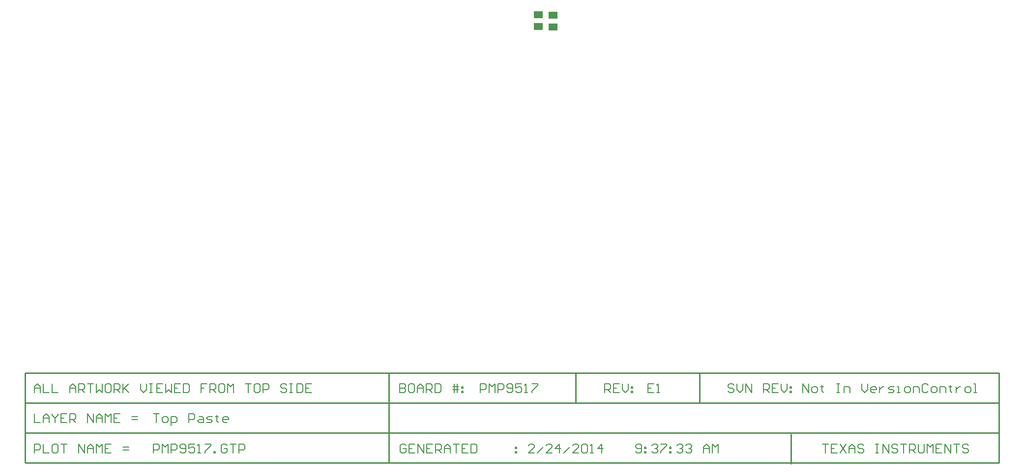
<source format=gtp>
%FSAX25Y25*%
%MOIN*%
G70*
G01*
G75*
G04 Layer_Color=8421504*
%ADD10R,0.06300X0.05000*%
%ADD11C,0.01969*%
%ADD12C,0.03937*%
%ADD13C,0.00800*%
%ADD14C,0.01000*%
%ADD15C,0.31496*%
%ADD16C,0.05512*%
%ADD17R,0.05512X0.05512*%
%ADD18R,0.05118X0.05118*%
%ADD19C,0.05118*%
%ADD20C,0.11811*%
%ADD21C,0.06000*%
%ADD22C,0.06299*%
%ADD23R,0.06299X0.06299*%
%ADD24C,0.05906*%
%ADD25R,0.05118X0.05118*%
%ADD26C,0.05315*%
%ADD27C,0.07874*%
%ADD28C,0.08700*%
%ADD29C,0.03937*%
%ADD30R,0.05000X0.06300*%
%ADD31R,0.05512X0.05472*%
%ADD32R,0.19134X0.13228*%
%ADD33R,0.07284X0.05118*%
%ADD34R,0.03740X0.03937*%
%ADD35R,0.03937X0.03740*%
%ADD36R,0.13780X0.05906*%
%ADD37R,0.05512X0.03543*%
%ADD38R,0.05512X0.08661*%
%ADD39R,0.10630X0.05118*%
%ADD40R,0.05984X0.04724*%
%ADD41R,0.08500X0.10799*%
%ADD42R,0.04803X0.03602*%
%ADD43O,0.08661X0.02362*%
%ADD44C,0.03150*%
%ADD45C,0.00700*%
%ADD46C,0.00787*%
%ADD47C,0.00500*%
%ADD48C,0.00799*%
%ADD49C,0.01400*%
%ADD50C,0.00984*%
%ADD51C,0.00591*%
G54D10*
X0388098Y0344408D02*
D03*
Y0336408D02*
D03*
X0397964Y0336172D02*
D03*
Y0344172D02*
D03*
G54D13*
X0126900Y0073549D02*
X0130899D01*
X0128899D01*
Y0067551D01*
X0133898D02*
X0135897D01*
X0136897Y0068550D01*
Y0070550D01*
X0135897Y0071549D01*
X0133898D01*
X0132898Y0070550D01*
Y0068550D01*
X0133898Y0067551D01*
X0138896Y0065551D02*
Y0071549D01*
X0141895D01*
X0142895Y0070550D01*
Y0068550D01*
X0141895Y0067551D01*
X0138896D01*
X0150892D02*
Y0073549D01*
X0153891D01*
X0154891Y0072549D01*
Y0070550D01*
X0153891Y0069550D01*
X0150892D01*
X0157890Y0071549D02*
X0159889D01*
X0160889Y0070550D01*
Y0067551D01*
X0157890D01*
X0156890Y0068550D01*
X0157890Y0069550D01*
X0160889D01*
X0162888Y0067551D02*
X0165887D01*
X0166887Y0068550D01*
X0165887Y0069550D01*
X0163888D01*
X0162888Y0070550D01*
X0163888Y0071549D01*
X0166887D01*
X0169886Y0072549D02*
Y0071549D01*
X0168886D01*
X0170886D01*
X0169886D01*
Y0068550D01*
X0170886Y0067551D01*
X0176884D02*
X0174884D01*
X0173885Y0068550D01*
Y0070550D01*
X0174884Y0071549D01*
X0176884D01*
X0177884Y0070550D01*
Y0069550D01*
X0173885D01*
X0567400Y0087833D02*
Y0093831D01*
X0571399Y0087833D01*
Y0093831D01*
X0574398Y0087833D02*
X0576397D01*
X0577397Y0088833D01*
Y0090832D01*
X0576397Y0091832D01*
X0574398D01*
X0573398Y0090832D01*
Y0088833D01*
X0574398Y0087833D01*
X0580396Y0092832D02*
Y0091832D01*
X0579396D01*
X0581395D01*
X0580396D01*
Y0088833D01*
X0581395Y0087833D01*
X0590393Y0093831D02*
X0592392D01*
X0591392D01*
Y0087833D01*
X0590393D01*
X0592392D01*
X0595391D02*
Y0091832D01*
X0598390D01*
X0599390Y0090832D01*
Y0087833D01*
X0607387Y0093831D02*
Y0089833D01*
X0609386Y0087833D01*
X0611386Y0089833D01*
Y0093831D01*
X0616384Y0087833D02*
X0614385D01*
X0613385Y0088833D01*
Y0090832D01*
X0614385Y0091832D01*
X0616384D01*
X0617384Y0090832D01*
Y0089833D01*
X0613385D01*
X0619383Y0091832D02*
Y0087833D01*
Y0089833D01*
X0620383Y0090832D01*
X0621383Y0091832D01*
X0622382D01*
X0625381Y0087833D02*
X0628380D01*
X0629380Y0088833D01*
X0628380Y0089833D01*
X0626381D01*
X0625381Y0090832D01*
X0626381Y0091832D01*
X0629380D01*
X0631379Y0087833D02*
X0633379D01*
X0632379D01*
Y0091832D01*
X0631379D01*
X0637377Y0087833D02*
X0639377D01*
X0640376Y0088833D01*
Y0090832D01*
X0639377Y0091832D01*
X0637377D01*
X0636378Y0090832D01*
Y0088833D01*
X0637377Y0087833D01*
X0642376D02*
Y0091832D01*
X0645375D01*
X0646374Y0090832D01*
Y0087833D01*
X0652373Y0092832D02*
X0651373Y0093831D01*
X0649373D01*
X0648374Y0092832D01*
Y0088833D01*
X0649373Y0087833D01*
X0651373D01*
X0652373Y0088833D01*
X0655372Y0087833D02*
X0657371D01*
X0658371Y0088833D01*
Y0090832D01*
X0657371Y0091832D01*
X0655372D01*
X0654372Y0090832D01*
Y0088833D01*
X0655372Y0087833D01*
X0660370D02*
Y0091832D01*
X0663369D01*
X0664369Y0090832D01*
Y0087833D01*
X0667368Y0092832D02*
Y0091832D01*
X0666368D01*
X0668367D01*
X0667368D01*
Y0088833D01*
X0668367Y0087833D01*
X0671366Y0091832D02*
Y0087833D01*
Y0089833D01*
X0672366Y0090832D01*
X0673366Y0091832D01*
X0674365D01*
X0678364Y0087833D02*
X0680364D01*
X0681363Y0088833D01*
Y0090832D01*
X0680364Y0091832D01*
X0678364D01*
X0677364Y0090832D01*
Y0088833D01*
X0678364Y0087833D01*
X0683362D02*
X0685362D01*
X0684362D01*
Y0093831D01*
X0683362D01*
X0520799Y0092832D02*
X0519799Y0093831D01*
X0517800D01*
X0516800Y0092832D01*
Y0091832D01*
X0517800Y0090832D01*
X0519799D01*
X0520799Y0089833D01*
Y0088833D01*
X0519799Y0087833D01*
X0517800D01*
X0516800Y0088833D01*
X0522798Y0093831D02*
Y0089833D01*
X0524797Y0087833D01*
X0526797Y0089833D01*
Y0093831D01*
X0528796Y0087833D02*
Y0093831D01*
X0532795Y0087833D01*
Y0093831D01*
X0540792Y0087833D02*
Y0093831D01*
X0543791D01*
X0544791Y0092832D01*
Y0090832D01*
X0543791Y0089833D01*
X0540792D01*
X0542792D02*
X0544791Y0087833D01*
X0550789Y0093831D02*
X0546790D01*
Y0087833D01*
X0550789D01*
X0546790Y0090832D02*
X0548790D01*
X0552788Y0093831D02*
Y0089833D01*
X0554788Y0087833D01*
X0556787Y0089833D01*
Y0093831D01*
X0558786Y0091832D02*
X0559786D01*
Y0090832D01*
X0558786D01*
Y0091832D01*
Y0088833D02*
X0559786D01*
Y0087833D01*
X0558786D01*
Y0088833D01*
X0433000Y0087833D02*
Y0093831D01*
X0435999D01*
X0436999Y0092832D01*
Y0090832D01*
X0435999Y0089833D01*
X0433000D01*
X0434999D02*
X0436999Y0087833D01*
X0442997Y0093831D02*
X0438998D01*
Y0087833D01*
X0442997D01*
X0438998Y0090832D02*
X0440997D01*
X0444996Y0093831D02*
Y0089833D01*
X0446995Y0087833D01*
X0448995Y0089833D01*
Y0093831D01*
X0450994Y0091832D02*
X0451994D01*
Y0090832D01*
X0450994D01*
Y0091832D01*
Y0088833D02*
X0451994D01*
Y0087833D01*
X0450994D01*
Y0088833D01*
X0126900Y0046966D02*
Y0052965D01*
X0129899D01*
X0130899Y0051965D01*
Y0049966D01*
X0129899Y0048966D01*
X0126900D01*
X0132898Y0046966D02*
Y0052965D01*
X0134897Y0050965D01*
X0136897Y0052965D01*
Y0046966D01*
X0138896D02*
Y0052965D01*
X0141895D01*
X0142895Y0051965D01*
Y0049966D01*
X0141895Y0048966D01*
X0138896D01*
X0144894Y0047966D02*
X0145894Y0046966D01*
X0147893D01*
X0148893Y0047966D01*
Y0051965D01*
X0147893Y0052965D01*
X0145894D01*
X0144894Y0051965D01*
Y0050965D01*
X0145894Y0049966D01*
X0148893D01*
X0154891Y0052965D02*
X0150892D01*
Y0049966D01*
X0152892Y0050965D01*
X0153891D01*
X0154891Y0049966D01*
Y0047966D01*
X0153891Y0046966D01*
X0151892D01*
X0150892Y0047966D01*
X0156890Y0046966D02*
X0158890D01*
X0157890D01*
Y0052965D01*
X0156890Y0051965D01*
X0161889Y0052965D02*
X0165887D01*
Y0051965D01*
X0161889Y0047966D01*
Y0046966D01*
X0167887D02*
Y0047966D01*
X0168886D01*
Y0046966D01*
X0167887D01*
X0176884Y0051965D02*
X0175884Y0052965D01*
X0173885D01*
X0172885Y0051965D01*
Y0047966D01*
X0173885Y0046966D01*
X0175884D01*
X0176884Y0047966D01*
Y0049966D01*
X0174884D01*
X0178883Y0052965D02*
X0182882D01*
X0180883D01*
Y0046966D01*
X0184881D02*
Y0052965D01*
X0187880D01*
X0188880Y0051965D01*
Y0049966D01*
X0187880Y0048966D01*
X0184881D01*
X0385149Y0046966D02*
X0381150D01*
X0385149Y0050965D01*
Y0051965D01*
X0384149Y0052965D01*
X0382150D01*
X0381150Y0051965D01*
X0387148Y0046966D02*
X0391147Y0050965D01*
X0397145Y0046966D02*
X0393146D01*
X0397145Y0050965D01*
Y0051965D01*
X0396145Y0052965D01*
X0394146D01*
X0393146Y0051965D01*
X0402143Y0046966D02*
Y0052965D01*
X0399144Y0049966D01*
X0403143D01*
X0405142Y0046966D02*
X0409141Y0050965D01*
X0415139Y0046966D02*
X0411140D01*
X0415139Y0050965D01*
Y0051965D01*
X0414139Y0052965D01*
X0412140D01*
X0411140Y0051965D01*
X0417138D02*
X0418138Y0052965D01*
X0420137D01*
X0421137Y0051965D01*
Y0047966D01*
X0420137Y0046966D01*
X0418138D01*
X0417138Y0047966D01*
Y0051965D01*
X0423136Y0046966D02*
X0425136D01*
X0424136D01*
Y0052965D01*
X0423136Y0051965D01*
X0431134Y0046966D02*
Y0052965D01*
X0428135Y0049966D01*
X0432133D01*
X0298199Y0051965D02*
X0297199Y0052965D01*
X0295200D01*
X0294200Y0051965D01*
Y0047966D01*
X0295200Y0046966D01*
X0297199D01*
X0298199Y0047966D01*
Y0049966D01*
X0296199D01*
X0304197Y0052965D02*
X0300198D01*
Y0046966D01*
X0304197D01*
X0300198Y0049966D02*
X0302197D01*
X0306196Y0046966D02*
Y0052965D01*
X0310195Y0046966D01*
Y0052965D01*
X0316193D02*
X0312194D01*
Y0046966D01*
X0316193D01*
X0312194Y0049966D02*
X0314194D01*
X0318192Y0046966D02*
Y0052965D01*
X0321191D01*
X0322191Y0051965D01*
Y0049966D01*
X0321191Y0048966D01*
X0318192D01*
X0320192D02*
X0322191Y0046966D01*
X0324190D02*
Y0050965D01*
X0326190Y0052965D01*
X0328189Y0050965D01*
Y0046966D01*
Y0049966D01*
X0324190D01*
X0330188Y0052965D02*
X0334187D01*
X0332188D01*
Y0046966D01*
X0340185Y0052965D02*
X0336186D01*
Y0046966D01*
X0340185D01*
X0336186Y0049966D02*
X0338186D01*
X0342184Y0052965D02*
Y0046966D01*
X0345183D01*
X0346183Y0047966D01*
Y0051965D01*
X0345183Y0052965D01*
X0342184D01*
X0372175Y0050965D02*
X0373175D01*
Y0049966D01*
X0372175D01*
Y0050965D01*
Y0047966D02*
X0373175D01*
Y0046966D01*
X0372175D01*
Y0047966D01*
X0046350Y0087833D02*
Y0091832D01*
X0048349Y0093831D01*
X0050349Y0091832D01*
Y0087833D01*
Y0090832D01*
X0046350D01*
X0052348Y0093831D02*
Y0087833D01*
X0056347D01*
X0058346Y0093831D02*
Y0087833D01*
X0062345D01*
X0070342D02*
Y0091832D01*
X0072342Y0093831D01*
X0074341Y0091832D01*
Y0087833D01*
Y0090832D01*
X0070342D01*
X0076340Y0087833D02*
Y0093831D01*
X0079339D01*
X0080339Y0092832D01*
Y0090832D01*
X0079339Y0089833D01*
X0076340D01*
X0078340D02*
X0080339Y0087833D01*
X0082338Y0093831D02*
X0086337D01*
X0084338D01*
Y0087833D01*
X0088336Y0093831D02*
Y0087833D01*
X0090336Y0089833D01*
X0092335Y0087833D01*
Y0093831D01*
X0097334D02*
X0095334D01*
X0094335Y0092832D01*
Y0088833D01*
X0095334Y0087833D01*
X0097334D01*
X0098333Y0088833D01*
Y0092832D01*
X0097334Y0093831D01*
X0100332Y0087833D02*
Y0093831D01*
X0103332D01*
X0104331Y0092832D01*
Y0090832D01*
X0103332Y0089833D01*
X0100332D01*
X0102332D02*
X0104331Y0087833D01*
X0106331Y0093831D02*
Y0087833D01*
Y0089833D01*
X0110329Y0093831D01*
X0107330Y0090832D01*
X0110329Y0087833D01*
X0118327Y0093831D02*
Y0089833D01*
X0120326Y0087833D01*
X0122325Y0089833D01*
Y0093831D01*
X0124325D02*
X0126324D01*
X0125324D01*
Y0087833D01*
X0124325D01*
X0126324D01*
X0133322Y0093831D02*
X0129323D01*
Y0087833D01*
X0133322D01*
X0129323Y0090832D02*
X0131323D01*
X0135321Y0093831D02*
Y0087833D01*
X0137321Y0089833D01*
X0139320Y0087833D01*
Y0093831D01*
X0145318D02*
X0141319D01*
Y0087833D01*
X0145318D01*
X0141319Y0090832D02*
X0143319D01*
X0147317Y0093831D02*
Y0087833D01*
X0150316D01*
X0151316Y0088833D01*
Y0092832D01*
X0150316Y0093831D01*
X0147317D01*
X0163312D02*
X0159313D01*
Y0090832D01*
X0161313D01*
X0159313D01*
Y0087833D01*
X0165312D02*
Y0093831D01*
X0168310D01*
X0169310Y0092832D01*
Y0090832D01*
X0168310Y0089833D01*
X0165312D01*
X0167311D02*
X0169310Y0087833D01*
X0174309Y0093831D02*
X0172309D01*
X0171310Y0092832D01*
Y0088833D01*
X0172309Y0087833D01*
X0174309D01*
X0175308Y0088833D01*
Y0092832D01*
X0174309Y0093831D01*
X0177308Y0087833D02*
Y0093831D01*
X0179307Y0091832D01*
X0181306Y0093831D01*
Y0087833D01*
X0189304Y0093831D02*
X0193303D01*
X0191303D01*
Y0087833D01*
X0198301Y0093831D02*
X0196301D01*
X0195302Y0092832D01*
Y0088833D01*
X0196301Y0087833D01*
X0198301D01*
X0199301Y0088833D01*
Y0092832D01*
X0198301Y0093831D01*
X0201300Y0087833D02*
Y0093831D01*
X0204299D01*
X0205299Y0092832D01*
Y0090832D01*
X0204299Y0089833D01*
X0201300D01*
X0217295Y0092832D02*
X0216295Y0093831D01*
X0214296D01*
X0213296Y0092832D01*
Y0091832D01*
X0214296Y0090832D01*
X0216295D01*
X0217295Y0089833D01*
Y0088833D01*
X0216295Y0087833D01*
X0214296D01*
X0213296Y0088833D01*
X0219294Y0093831D02*
X0221293D01*
X0220294D01*
Y0087833D01*
X0219294D01*
X0221293D01*
X0224292Y0093831D02*
Y0087833D01*
X0227291D01*
X0228291Y0088833D01*
Y0092832D01*
X0227291Y0093831D01*
X0224292D01*
X0234289D02*
X0230291D01*
Y0087833D01*
X0234289D01*
X0230291Y0090832D02*
X0232290D01*
X0466149Y0093831D02*
X0462150D01*
Y0087833D01*
X0466149D01*
X0462150Y0090832D02*
X0464149D01*
X0468148Y0087833D02*
X0470147D01*
X0469148D01*
Y0093831D01*
X0468148Y0092832D01*
X0348550Y0087833D02*
Y0093831D01*
X0351549D01*
X0352549Y0092832D01*
Y0090832D01*
X0351549Y0089833D01*
X0348550D01*
X0354548Y0087833D02*
Y0093831D01*
X0356547Y0091832D01*
X0358547Y0093831D01*
Y0087833D01*
X0360546D02*
Y0093831D01*
X0363545D01*
X0364545Y0092832D01*
Y0090832D01*
X0363545Y0089833D01*
X0360546D01*
X0366544Y0088833D02*
X0367544Y0087833D01*
X0369543D01*
X0370543Y0088833D01*
Y0092832D01*
X0369543Y0093831D01*
X0367544D01*
X0366544Y0092832D01*
Y0091832D01*
X0367544Y0090832D01*
X0370543D01*
X0376541Y0093831D02*
X0372542D01*
Y0090832D01*
X0374542Y0091832D01*
X0375541D01*
X0376541Y0090832D01*
Y0088833D01*
X0375541Y0087833D01*
X0373542D01*
X0372542Y0088833D01*
X0378540Y0087833D02*
X0380540D01*
X0379540D01*
Y0093831D01*
X0378540Y0092832D01*
X0383539Y0093831D02*
X0387537D01*
Y0092832D01*
X0383539Y0088833D01*
Y0087833D01*
X0294000Y0093831D02*
Y0087833D01*
X0296999D01*
X0297999Y0088833D01*
Y0089833D01*
X0296999Y0090832D01*
X0294000D01*
X0296999D01*
X0297999Y0091832D01*
Y0092832D01*
X0296999Y0093831D01*
X0294000D01*
X0302997D02*
X0300998D01*
X0299998Y0092832D01*
Y0088833D01*
X0300998Y0087833D01*
X0302997D01*
X0303997Y0088833D01*
Y0092832D01*
X0302997Y0093831D01*
X0305996Y0087833D02*
Y0091832D01*
X0307996Y0093831D01*
X0309995Y0091832D01*
Y0087833D01*
Y0090832D01*
X0305996D01*
X0311994Y0087833D02*
Y0093831D01*
X0314993D01*
X0315993Y0092832D01*
Y0090832D01*
X0314993Y0089833D01*
X0311994D01*
X0313994D02*
X0315993Y0087833D01*
X0317992Y0093831D02*
Y0087833D01*
X0320991D01*
X0321991Y0088833D01*
Y0092832D01*
X0320991Y0093831D01*
X0317992D01*
X0330988Y0087833D02*
Y0093831D01*
X0332987D02*
Y0087833D01*
X0329988Y0091832D02*
X0332987D01*
X0333987D01*
X0329988Y0089833D02*
X0333987D01*
X0335986Y0091832D02*
X0336986D01*
Y0090832D01*
X0335986D01*
Y0091832D01*
Y0088833D02*
X0336986D01*
Y0087833D01*
X0335986D01*
Y0088833D01*
X0046350Y0073549D02*
Y0067551D01*
X0050349D01*
X0052348D02*
Y0071549D01*
X0054347Y0073549D01*
X0056347Y0071549D01*
Y0067551D01*
Y0070550D01*
X0052348D01*
X0058346Y0073549D02*
Y0072549D01*
X0060346Y0070550D01*
X0062345Y0072549D01*
Y0073549D01*
X0060346Y0070550D02*
Y0067551D01*
X0068343Y0073549D02*
X0064344D01*
Y0067551D01*
X0068343D01*
X0064344Y0070550D02*
X0066343D01*
X0070342Y0067551D02*
Y0073549D01*
X0073341D01*
X0074341Y0072549D01*
Y0070550D01*
X0073341Y0069550D01*
X0070342D01*
X0072342D02*
X0074341Y0067551D01*
X0082338D02*
Y0073549D01*
X0086337Y0067551D01*
Y0073549D01*
X0088336Y0067551D02*
Y0071549D01*
X0090336Y0073549D01*
X0092335Y0071549D01*
Y0067551D01*
Y0070550D01*
X0088336D01*
X0094335Y0067551D02*
Y0073549D01*
X0096334Y0071549D01*
X0098333Y0073549D01*
Y0067551D01*
X0104331Y0073549D02*
X0100332D01*
Y0067551D01*
X0104331D01*
X0100332Y0070550D02*
X0102332D01*
X0112329Y0069550D02*
X0116327D01*
X0112329Y0071549D02*
X0116327D01*
X0046350Y0046966D02*
Y0052965D01*
X0049349D01*
X0050349Y0051965D01*
Y0049966D01*
X0049349Y0048966D01*
X0046350D01*
X0052348Y0052965D02*
Y0046966D01*
X0056347D01*
X0061345Y0052965D02*
X0059346D01*
X0058346Y0051965D01*
Y0047966D01*
X0059346Y0046966D01*
X0061345D01*
X0062345Y0047966D01*
Y0051965D01*
X0061345Y0052965D01*
X0064344D02*
X0068343D01*
X0066343D01*
Y0046966D01*
X0076340D02*
Y0052965D01*
X0080339Y0046966D01*
Y0052965D01*
X0082338Y0046966D02*
Y0050965D01*
X0084338Y0052965D01*
X0086337Y0050965D01*
Y0046966D01*
Y0049966D01*
X0082338D01*
X0088336Y0046966D02*
Y0052965D01*
X0090336Y0050965D01*
X0092335Y0052965D01*
Y0046966D01*
X0098333Y0052965D02*
X0094335D01*
Y0046966D01*
X0098333D01*
X0094335Y0049966D02*
X0096334D01*
X0106331Y0048966D02*
X0110329D01*
X0106331Y0050965D02*
X0110329D01*
X0454050Y0047966D02*
X0455050Y0046966D01*
X0457049D01*
X0458049Y0047966D01*
Y0051965D01*
X0457049Y0052965D01*
X0455050D01*
X0454050Y0051965D01*
Y0050965D01*
X0455050Y0049966D01*
X0458049D01*
X0460048Y0050965D02*
X0461048D01*
Y0049966D01*
X0460048D01*
Y0050965D01*
Y0047966D02*
X0461048D01*
Y0046966D01*
X0460048D01*
Y0047966D01*
X0465046Y0051965D02*
X0466046Y0052965D01*
X0468046D01*
X0469045Y0051965D01*
Y0050965D01*
X0468046Y0049966D01*
X0467046D01*
X0468046D01*
X0469045Y0048966D01*
Y0047966D01*
X0468046Y0046966D01*
X0466046D01*
X0465046Y0047966D01*
X0471044Y0052965D02*
X0475043D01*
Y0051965D01*
X0471044Y0047966D01*
Y0046966D01*
X0477043Y0050965D02*
X0478042D01*
Y0049966D01*
X0477043D01*
Y0050965D01*
Y0047966D02*
X0478042D01*
Y0046966D01*
X0477043D01*
Y0047966D01*
X0482041Y0051965D02*
X0483041Y0052965D01*
X0485040D01*
X0486040Y0051965D01*
Y0050965D01*
X0485040Y0049966D01*
X0484040D01*
X0485040D01*
X0486040Y0048966D01*
Y0047966D01*
X0485040Y0046966D01*
X0483041D01*
X0482041Y0047966D01*
X0488039Y0051965D02*
X0489039Y0052965D01*
X0491038D01*
X0492038Y0051965D01*
Y0050965D01*
X0491038Y0049966D01*
X0490038D01*
X0491038D01*
X0492038Y0048966D01*
Y0047966D01*
X0491038Y0046966D01*
X0489039D01*
X0488039Y0047966D01*
X0500035Y0046966D02*
Y0050965D01*
X0502035Y0052965D01*
X0504034Y0050965D01*
Y0046966D01*
Y0049966D01*
X0500035D01*
X0506033Y0046966D02*
Y0052965D01*
X0508033Y0050965D01*
X0510032Y0052965D01*
Y0046966D01*
X0580500Y0052965D02*
X0584499D01*
X0582499D01*
Y0046966D01*
X0590497Y0052965D02*
X0586498D01*
Y0046966D01*
X0590497D01*
X0586498Y0049966D02*
X0588497D01*
X0592496Y0052965D02*
X0596495Y0046966D01*
Y0052965D02*
X0592496Y0046966D01*
X0598494D02*
Y0050965D01*
X0600493Y0052965D01*
X0602493Y0050965D01*
Y0046966D01*
Y0049966D01*
X0598494D01*
X0608491Y0051965D02*
X0607491Y0052965D01*
X0605492D01*
X0604492Y0051965D01*
Y0050965D01*
X0605492Y0049966D01*
X0607491D01*
X0608491Y0048966D01*
Y0047966D01*
X0607491Y0046966D01*
X0605492D01*
X0604492Y0047966D01*
X0616488Y0052965D02*
X0618488D01*
X0617488D01*
Y0046966D01*
X0616488D01*
X0618488D01*
X0621487D02*
Y0052965D01*
X0625486Y0046966D01*
Y0052965D01*
X0631484Y0051965D02*
X0630484Y0052965D01*
X0628484D01*
X0627485Y0051965D01*
Y0050965D01*
X0628484Y0049966D01*
X0630484D01*
X0631484Y0048966D01*
Y0047966D01*
X0630484Y0046966D01*
X0628484D01*
X0627485Y0047966D01*
X0633483Y0052965D02*
X0637482D01*
X0635482D01*
Y0046966D01*
X0639481D02*
Y0052965D01*
X0642480D01*
X0643480Y0051965D01*
Y0049966D01*
X0642480Y0048966D01*
X0639481D01*
X0641480D02*
X0643480Y0046966D01*
X0645479Y0052965D02*
Y0047966D01*
X0646479Y0046966D01*
X0648478D01*
X0649478Y0047966D01*
Y0052965D01*
X0651477Y0046966D02*
Y0052965D01*
X0653476Y0050965D01*
X0655476Y0052965D01*
Y0046966D01*
X0661474Y0052965D02*
X0657475D01*
Y0046966D01*
X0661474D01*
X0657475Y0049966D02*
X0659474D01*
X0663473Y0046966D02*
Y0052965D01*
X0667472Y0046966D01*
Y0052965D01*
X0669471D02*
X0673470D01*
X0671471D01*
Y0046966D01*
X0679468Y0051965D02*
X0678468Y0052965D01*
X0676469D01*
X0675469Y0051965D01*
Y0050965D01*
X0676469Y0049966D01*
X0678468D01*
X0679468Y0048966D01*
Y0047966D01*
X0678468Y0046966D01*
X0676469D01*
X0675469Y0047966D01*
G54D14*
X0497200Y0080717D02*
Y0101050D01*
X0413200Y0080717D02*
Y0101050D01*
X0040000Y0080717D02*
X0700200D01*
X0040000Y0060383D02*
X0700000D01*
X0040000Y0040050D02*
X0440500D01*
X0040050Y0101050D02*
X0700200D01*
X0040050Y0040050D02*
Y0101050D01*
Y0040050D02*
X0197600D01*
X0040000D02*
Y0101050D01*
X0286500Y0040050D02*
Y0101050D01*
X0700200Y0040050D02*
Y0101050D01*
X0440500Y0040050D02*
X0700200D01*
X0559400Y0039400D02*
Y0059683D01*
M02*

</source>
